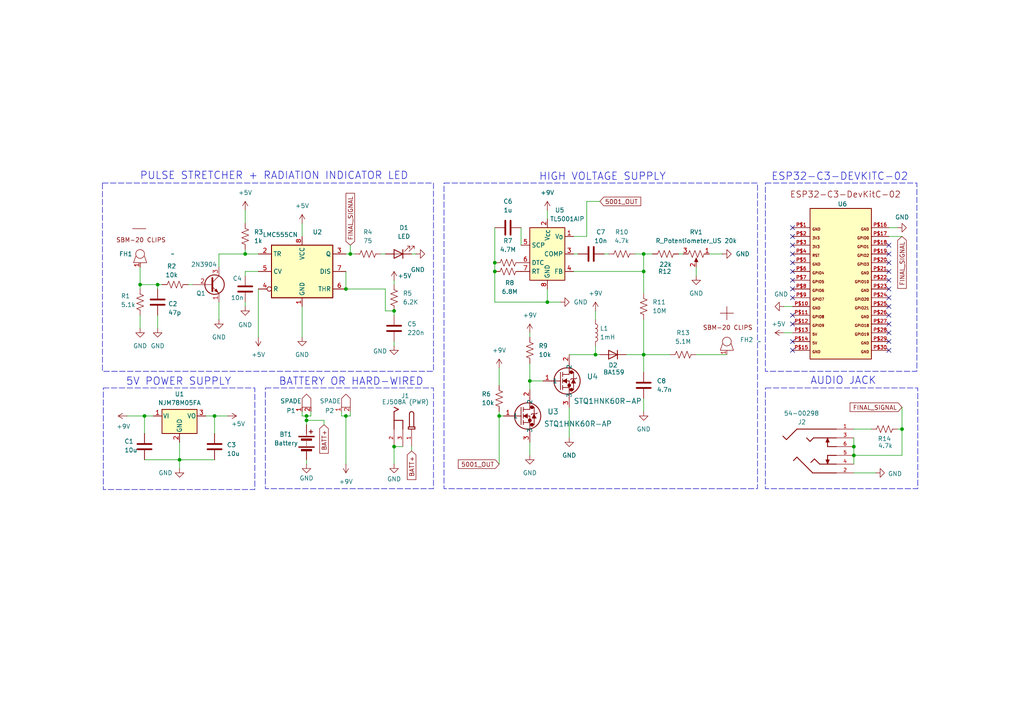
<source format=kicad_sch>
(kicad_sch (version 20231120) (generator "eeschema") (generator_version "8.0")
  (paper "A4")
  (lib_symbols
    (symbol "0197084013:0197084013"
      (property "Reference" "P" (at 0 0 0))
      (property "Value" "SPADE" (at 0 -4.064 0))
      (symbol "0197084013_0_1"
        (polyline (pts (xy 1.27 -10.16) (xy 1.27 -10.16)))
        (polyline (pts (xy -1.27 -1.27) (xy -1.27 1.27) (xy 0 2.54) (xy 1.27 1.27) (xy 1.27 -1.27) (xy -1.27 -1.27)))
      )
      (symbol "0197084013_1_1"
        (pin unspecified line (at -1.27 -2.54 90) (length 1.27) (name "") (number "1"))
        (pin unspecified line (at 1.27 -2.54 90) (length 1.27) (name "") (number "2"))
      )
    )
    (symbol "54-00298:54-00298" (pin_names (offset 1.016))
      (property "Reference" "J" (at -15.24 8.382 0))
      (property "Value" "54-00298" (at -15.24 -7.62 0))
      (symbol "54-00298_0_0"
        (polyline (pts (xy -15.494 5.588) (xy -14.478 4.572)) (stroke (width 0.254)))
        (polyline (pts (xy -14.478 4.572) (xy -11.43 7.62)) (stroke (width 0.254)))
        (polyline (pts (xy -12.446 -1.524) (xy -11.43 -0.508)) (stroke (width 0.254)))
        (polyline (pts (xy -11.43 -0.508) (xy -6.858 -5.08)) (stroke (width 0.254)))
        (polyline (pts (xy -11.43 7.62) (xy 0 7.62)) (stroke (width 0.254)))
        (polyline (pts (xy -8.636 5.08) (xy -7.62 4.064)) (stroke (width 0.254)))
        (polyline (pts (xy -7.62 4.064) (xy -6.604 5.08)) (stroke (width 0.254)))
        (polyline (pts (xy -7.366 -2.032) (xy -6.35 -1.016)) (stroke (width 0.254)))
        (polyline (pts (xy -6.858 -5.08) (xy 0 -5.08)) (stroke (width 0.254)))
        (polyline (pts (xy -6.604 5.08) (xy -2.54 5.08)) (stroke (width 0.254)))
        (polyline (pts (xy -6.35 -1.016) (xy -4.826 -2.54)) (stroke (width 0.254)))
        (polyline (pts (xy -4.826 -2.54) (xy 0 -2.54)) (stroke (width 0.254)))
        (polyline (pts (xy -2.54 0) (xy -2.54 -2.54)) (stroke (width 0.254)))
        (polyline (pts (xy -2.54 0) (xy 0 0)) (stroke (width 0.254)))
        (polyline (pts (xy -2.54 2.54) (xy -2.54 5.08)) (stroke (width 0.254)))
        (polyline (pts (xy -2.54 2.54) (xy 0 2.54)) (stroke (width 0.254)))
        (polyline (pts (xy -2.54 5.08) (xy 0 5.08)) (stroke (width 0.254)))
        (polyline (pts (xy -2.54 -2.54) (xy -3.048 -1.27) (xy -2.032 -1.27) (xy -2.54 -2.54)) (stroke (width 0.1524)) (fill (type outline)))
        (polyline (pts (xy -2.54 5.08) (xy -2.032 3.81) (xy -3.048 3.81) (xy -2.54 5.08)) (stroke (width 0.1524)) (fill (type outline)))
        (pin passive line (at 5.08 7.62 180) (length 5.08) (name "~") (number "1"))
        (pin passive line (at 5.08 -5.08 180) (length 5.08) (name "~") (number "2"))
        (pin passive line (at 5.08 5.08 180) (length 5.08) (name "~") (number "3"))
        (pin passive line (at 5.08 -2.54 180) (length 5.08) (name "~") (number "4"))
        (pin passive line (at 5.08 0 180) (length 5.08) (name "~") (number "5"))
        (pin passive line (at 5.08 2.54 180) (length 5.08) (name "~") (number "6"))
      )
    )
    (symbol "Device:Battery" (pin_numbers hide) (pin_names (offset 0) hide)
      (property "Reference" "BT" (at 2.54 2.54 0))
      (property "Value" "Battery" (at 2.54 0 0))
      (symbol "Battery_0_1"
        (rectangle (start -2.286 -1.27) (end 2.286 -1.524) (fill (type outline)))
        (rectangle (start -2.286 1.778) (end 2.286 1.524) (fill (type outline)))
        (rectangle (start -1.524 -2.032) (end 1.524 -2.54) (fill (type outline)))
        (rectangle (start -1.524 1.016) (end 1.524 0.508) (fill (type outline)))
        (polyline (pts (xy 0 -1.016) (xy 0 -0.762)))
        (polyline (pts (xy 0 -0.508) (xy 0 -0.254)))
        (polyline (pts (xy 0 0) (xy 0 0.254)))
        (polyline (pts (xy 0 1.778) (xy 0 2.54)))
        (polyline (pts (xy 0.762 3.048) (xy 1.778 3.048)) (stroke (width 0.254)))
        (polyline (pts (xy 1.27 3.556) (xy 1.27 2.54)) (stroke (width 0.254)))
      )
      (symbol "Battery_1_1"
        (pin passive line (at 0 5.08 270) (length 2.54) (name "+") (number "1"))
        (pin passive line (at 0 -5.08 90) (length 2.54) (name "-") (number "2"))
      )
    )
    (symbol "Device:C" (pin_numbers hide) (pin_names (offset 0.254))
      (property "Reference" "C" (at 0.635 2.54 0))
      (property "Value" "C" (at 0.635 -2.54 0))
      (symbol "C_0_1"
        (polyline (pts (xy -2.032 -0.762) (xy 2.032 -0.762)) (stroke (width 0.508)))
        (polyline (pts (xy -2.032 0.762) (xy 2.032 0.762)) (stroke (width 0.508)))
      )
      (symbol "C_1_1"
        (pin passive line (at 0 3.81 270) (length 2.794) (name "~") (number "1"))
        (pin passive line (at 0 -3.81 90) (length 2.794) (name "~") (number "2"))
      )
    )
    (symbol "Device:D" (pin_numbers hide) (pin_names (offset 1.016) hide)
      (property "Reference" "D" (at 0 2.54 0))
      (property "Value" "D" (at 0 -2.54 0))
      (symbol "D_0_1"
        (polyline (pts (xy -1.27 1.27) (xy -1.27 -1.27)) (stroke (width 0.254)))
        (polyline (pts (xy 1.27 0) (xy -1.27 0)))
        (polyline (pts (xy 1.27 1.27) (xy 1.27 -1.27) (xy -1.27 0) (xy 1.27 1.27)) (stroke (width 0.254)))
      )
      (symbol "D_1_1"
        (pin passive line (at -3.81 0 0) (length 2.54) (name "K") (number "1"))
        (pin passive line (at 3.81 0 180) (length 2.54) (name "A") (number "2"))
      )
    )
    (symbol "Device:L" (pin_numbers hide) (pin_names (offset 1.016) hide)
      (property "Reference" "L" (at -1.27 0 90))
      (property "Value" "L" (at 1.905 0 90))
      (symbol "L_0_1"
        (arc (start 0 -2.54) (mid 0.6323 -1.905) (end 0 -1.27))
        (arc (start 0 -1.27) (mid 0.6323 -0.635) (end 0 0))
        (arc (start 0 0) (mid 0.6323 0.635) (end 0 1.27))
        (arc (start 0 1.27) (mid 0.6323 1.905) (end 0 2.54))
      )
      (symbol "L_1_1"
        (pin passive line (at 0 3.81 270) (length 1.27) (name "1") (number "1"))
        (pin passive line (at 0 -3.81 90) (length 1.27) (name "2") (number "2"))
      )
    )
    (symbol "Device:LED" (pin_numbers hide) (pin_names (offset 1.016) hide)
      (property "Reference" "D" (at 0 2.54 0))
      (property "Value" "LED" (at 0 -2.54 0))
      (symbol "LED_0_1"
        (polyline (pts (xy -1.27 -1.27) (xy -1.27 1.27)) (stroke (width 0.254)))
        (polyline (pts (xy -1.27 0) (xy 1.27 0)))
        (polyline (pts (xy 1.27 -1.27) (xy 1.27 1.27) (xy -1.27 0) (xy 1.27 -1.27)) (stroke (width 0.254)))
        (polyline (pts (xy -3.048 -0.762) (xy -4.572 -2.286) (xy -3.81 -2.286) (xy -4.572 -2.286) (xy -4.572 -1.524)))
        (polyline (pts (xy -1.778 -0.762) (xy -3.302 -2.286) (xy -2.54 -2.286) (xy -3.302 -2.286) (xy -3.302 -1.524)))
      )
      (symbol "LED_1_1"
        (pin passive line (at -3.81 0 0) (length 2.54) (name "K") (number "1"))
        (pin passive line (at 3.81 0 180) (length 2.54) (name "A") (number "2"))
      )
    )
    (symbol "Device:R_Potentiometer_US" (pin_names (offset 1.016) hide)
      (property "Reference" "RV" (at -4.445 0 90))
      (property "Value" "R_Potentiometer_US" (at -2.54 0 90))
      (symbol "R_Potentiometer_US_0_1"
        (polyline (pts (xy 0 -2.286) (xy 0 -2.54)))
        (polyline (pts (xy 0 2.54) (xy 0 2.286)))
        (polyline (pts (xy 2.54 0) (xy 1.524 0)))
        (polyline (pts (xy 1.143 0) (xy 2.286 0.508) (xy 2.286 -0.508) (xy 1.143 0)) (fill (type outline)))
        (polyline (pts (xy 0 -0.762) (xy 1.016 -1.143) (xy 0 -1.524) (xy -1.016 -1.905) (xy 0 -2.286)))
        (polyline (pts (xy 0 0.762) (xy 1.016 0.381) (xy 0 0) (xy -1.016 -0.381) (xy 0 -0.762)))
        (polyline (pts (xy 0 2.286) (xy 1.016 1.905) (xy 0 1.524) (xy -1.016 1.143) (xy 0 0.762)))
      )
      (symbol "R_Potentiometer_US_1_1"
        (pin passive line (at 0 3.81 270) (length 1.27) (name "1") (number "1"))
        (pin passive line (at 3.81 0 180) (length 1.27) (name "2") (number "2"))
        (pin passive line (at 0 -3.81 90) (length 1.27) (name "3") (number "3"))
      )
    )
    (symbol "Device:R_US" (pin_numbers hide) (pin_names (offset 0))
      (property "Reference" "R" (at 2.54 0 90))
      (property "Value" "R_US" (at -2.54 0 90))
      (symbol "R_US_0_1"
        (polyline (pts (xy 0 -2.286) (xy 0 -2.54)))
        (polyline (pts (xy 0 2.286) (xy 0 2.54)))
        (polyline (pts (xy 0 -0.762) (xy 1.016 -1.143) (xy 0 -1.524) (xy -1.016 -1.905) (xy 0 -2.286)))
        (polyline (pts (xy 0 0.762) (xy 1.016 0.381) (xy 0 0) (xy -1.016 -0.381) (xy 0 -0.762)))
        (polyline (pts (xy 0 2.286) (xy 1.016 1.905) (xy 0 1.524) (xy -1.016 1.143) (xy 0 0.762)))
      )
      (symbol "R_US_1_1"
        (pin passive line (at 0 3.81 270) (length 1.27) (name "~") (number "1"))
        (pin passive line (at 0 -3.81 90) (length 1.27) (name "~") (number "2"))
      )
    )
    (symbol "EJ508A:EJ508A" (pin_names (offset 1.016))
      (property "Reference" "J" (at -5.08 5.08 0))
      (property "Value" "EJ508A" (at -5.08 -7.62 0))
      (symbol "EJ508A_0_0"
        (arc (start -5.08 2.54) (mid -4.894 2.091) (end -4.445 1.905) (stroke (width 0.254)))
        (arc (start -4.445 3.175) (mid -4.894 2.989) (end -5.08 2.54) (stroke (width 0.254)))
        (polyline (pts (xy -5.715 -1.27) (xy -6.35 -2.54)) (stroke (width 0.254)))
        (polyline (pts (xy -5.08 -2.54) (xy -5.715 -1.27)) (stroke (width 0.254)))
        (polyline (pts (xy -4.445 1.905) (xy -0.635 1.905)) (stroke (width 0.254)))
        (polyline (pts (xy -2.54 -2.54) (xy -5.08 -2.54)) (stroke (width 0.254)))
        (polyline (pts (xy -2.54 0) (xy -2.54 -2.54)) (stroke (width 0.254)))
        (polyline (pts (xy -0.635 1.5875) (xy -0.635 1.905)) (stroke (width 0.254)))
        (polyline (pts (xy -0.635 1.905) (xy -0.635 3.175)) (stroke (width 0.254)))
        (polyline (pts (xy -0.635 3.175) (xy -4.445 3.175)) (stroke (width 0.254)))
        (polyline (pts (xy -0.635 3.175) (xy -0.635 3.4925)) (stroke (width 0.254)))
        (polyline (pts (xy -0.635 3.4925) (xy 0 3.4925)) (stroke (width 0.254)))
        (polyline (pts (xy 0 -2.54) (xy -2.54 -2.54)) (stroke (width 0.254)))
        (polyline (pts (xy 0 0) (xy -2.54 0)) (stroke (width 0.254)))
        (polyline (pts (xy 0 1.5875) (xy -0.635 1.5875)) (stroke (width 0.254)))
        (polyline (pts (xy 0 3.4925) (xy 0 1.5875)) (stroke (width 0.254)))
        (pin passive line (at 5.08 2.54 180) (length 5.08) (name "~") (number "1"))
        (pin passive line (at 5.08 -2.54 180) (length 5.08) (name "~") (number "2"))
        (pin passive line (at 5.08 0 180) (length 5.08) (name "~") (number "3"))
      )
    )
    (symbol "ESP32-C3-DEVKITC-02:ESP32-C3-DEVKITC-02HOLES" (pin_names (offset 1.016))
      (property "Reference" "U" (at 0 0 0))
      (property "Value" "ESP32-C3-DEVKITC-02HOLES" (at 0 0 0))
      (symbol "ESP32-C3-DEVKITC-02HOLES_0_0"
        (rectangle (start -5.08 33.5311) (end 12.7 -10.16) (stroke (width 0.254)) (fill (type background)))
        (text " 3V3" (at -5.08 22.86 0) (effects (font (size 0.762 0.762)) (justify left top)))
        (text " 3V3" (at -5.08 25.4 0) (effects (font (size 0.762 0.762)) (justify left top)))
        (text " 5V" (at -5.08 -5.08 0) (effects (font (size 0.762 0.762)) (justify left top)))
        (text " 5V" (at -5.08 -2.54 0) (effects (font (size 0.762 0.762)) (justify left top)))
        (text " GND" (at -5.08 -7.62 0) (effects (font (size 0.762 0.762)) (justify left top)))
        (text " GND" (at -5.08 5.08 0) (effects (font (size 0.762 0.762)) (justify left top)))
        (text " GND" (at -5.08 17.78 0) (effects (font (size 0.762 0.762)) (justify left top)))
        (text " GND" (at -5.08 27.94 0) (effects (font (size 0.762 0.762)) (justify left top)))
        (text " GPIO4" (at -5.08 15.24 0) (effects (font (size 0.762 0.762)) (justify left top)))
        (text " GPIO5" (at -5.08 12.7 0) (effects (font (size 0.762 0.762)) (justify left top)))
        (text " GPIO6" (at -5.08 10.16 0) (effects (font (size 0.762 0.762)) (justify left top)))
        (text " GPIO7" (at -5.08 7.62 0) (effects (font (size 0.762 0.762)) (justify left top)))
        (text " GPIO8" (at -5.08 2.54 0) (effects (font (size 0.762 0.762)) (justify left top)))
        (text " GPIO9" (at -5.08 0 0) (effects (font (size 0.762 0.762)) (justify left top)))
        (text " RST" (at -5.08 20.32 0) (effects (font (size 0.762 0.762)) (justify left top)))
        (text "ESP32-C3-DevKitC-02" (at -10.922 36.576 0) (effects (font (size 1.778 1.778)) (justify left bottom)))
        (text "GND " (at 12.7 -7.62 0) (effects (font (size 0.762 0.762)) (justify right top)))
        (text "GND " (at 12.7 -5.08 0) (effects (font (size 0.762 0.762)) (justify right top)))
        (text "GND " (at 12.7 2.54 0) (effects (font (size 0.762 0.762)) (justify right top)))
        (text "GND " (at 12.7 10.16 0) (effects (font (size 0.762 0.762)) (justify right top)))
        (text "GND " (at 12.7 15.24 0) (effects (font (size 0.762 0.762)) (justify right top)))
        (text "GND " (at 12.7 27.94 0) (effects (font (size 0.762 0.762)) (justify right top)))
        (text "GPIO0 " (at 12.7 25.4 0) (effects (font (size 0.762 0.762)) (justify right top)))
        (text "GPIO1 " (at 12.7 22.86 0) (effects (font (size 0.762 0.762)) (justify right top)))
        (text "GPIO10 " (at 12.7 12.7 0) (effects (font (size 0.762 0.762)) (justify right top)))
        (text "GPIO18 " (at 12.7 0 0) (effects (font (size 0.762 0.762)) (justify right top)))
        (text "GPIO19 " (at 12.7 -2.54 0) (effects (font (size 0.762 0.762)) (justify right top)))
        (text "GPIO2 " (at 12.7 20.32 0) (effects (font (size 0.762 0.762)) (justify right top)))
        (text "GPIO20 " (at 12.7 7.62 0) (effects (font (size 0.762 0.762)) (justify right top)))
        (text "GPIO21 " (at 12.7 5.08 0) (effects (font (size 0.762 0.762)) (justify right top)))
        (text "GPIO3 " (at 12.7 17.78 0) (effects (font (size 0.762 0.762)) (justify right top)))
        (pin bidirectional line (at -10.16 27.94 0) (length 5.08) (name "~") (number "P$1"))
        (pin bidirectional line (at -10.16 5.08 0) (length 5.08) (name "~") (number "P$10"))
        (pin bidirectional line (at -10.16 2.54 0) (length 5.08) (name "~") (number "P$11"))
        (pin bidirectional line (at -10.16 0 0) (length 5.08) (name "~") (number "P$12"))
        (pin bidirectional line (at -10.16 -2.54 0) (length 5.08) (name "~") (number "P$13"))
        (pin bidirectional line (at -10.16 -5.08 0) (length 5.08) (name "~") (number "P$14"))
        (pin bidirectional line (at -10.16 -7.62 0) (length 5.08) (name "~") (number "P$15"))
        (pin bidirectional line (at 17.78 27.94 180) (length 5.08) (name "~") (number "P$16"))
        (pin bidirectional line (at 17.78 25.4 180) (length 5.08) (name "~") (number "P$17"))
        (pin bidirectional line (at 17.78 22.86 180) (length 5.08) (name "~") (number "P$18"))
        (pin bidirectional line (at 17.78 20.32 180) (length 5.08) (name "~") (number "P$19"))
        (pin bidirectional line (at -10.16 25.4 0) (length 5.08) (name "~") (number "P$2"))
        (pin bidirectional line (at 17.78 17.78 180) (length 5.08) (name "~") (number "P$20"))
        (pin bidirectional line (at 17.78 15.24 180) (length 5.08) (name "~") (number "P$21"))
        (pin bidirectional line (at 17.78 12.7 180) (length 5.08) (name "~") (number "P$22"))
        (pin bidirectional line (at 17.78 10.16 180) (length 5.08) (name "~") (number "P$23"))
        (pin bidirectional line (at 17.78 7.62 180) (length 5.08) (name "~") (number "P$24"))
        (pin bidirectional line (at 17.78 5.08 180) (length 5.08) (name "~") (number "P$25"))
        (pin bidirectional line (at 17.78 2.54 180) (length 5.08) (name "~") (number "P$26"))
        (pin bidirectional line (at 17.78 0 180) (length 5.08) (name "~") (number "P$27"))
        (pin bidirectional line (at 17.78 -2.54 180) (length 5.08) (name "~") (number "P$28"))
        (pin bidirectional line (at 17.78 -5.08 180) (length 5.08) (name "~") (number "P$29"))
        (pin bidirectional line (at -10.16 22.86 0) (length 5.08) (name "~") (number "P$3"))
        (pin bidirectional line (at 17.78 -7.62 180) (length 5.08) (name "~") (number "P$30"))
        (pin bidirectional line (at -10.16 20.32 0) (length 5.08) (name "~") (number "P$4"))
        (pin bidirectional line (at -10.16 17.78 0) (length 5.08) (name "~") (number "P$5"))
        (pin bidirectional line (at -10.16 15.24 0) (length 5.08) (name "~") (number "P$6"))
        (pin bidirectional line (at -10.16 12.7 0) (length 5.08) (name "~") (number "P$7"))
        (pin bidirectional line (at -10.16 10.16 0) (length 5.08) (name "~") (number "P$8"))
        (pin bidirectional line (at -10.16 7.62 0) (length 5.08) (name "~") (number "P$9"))
      )
    )
    (symbol "REV9-KI:36-3530-ND"
      (property "Reference" "FH" (at 0 0 0))
      (symbol "36-3530-ND_0_1"
        (polyline (pts (xy -1.27 -3.175) (xy -1.905 -5.08) (xy 1.905 -5.08) (xy 1.27 -3.175)))
      )
      (symbol "36-3530-ND_1_1"
        (circle (center 0 -2.54) (radius 1.27))
        (text "SBM-20 CLIPS\n" (at 0.254 1.524 0) (effects (font (size 1.27 1.27))))
        (pin unspecified line (at 0 -6.35 90) (length 1.27) (name "") (number "1"))
      )
    )
    (symbol "Regulator_Linear:LM78M05_TO220" (pin_names (offset 0.254))
      (property "Reference" "U" (at -3.81 3.175 0))
      (property "Value" "LM78M05_TO220" (at 0 3.175 0))
      (symbol "LM78M05_TO220_0_1"
        (rectangle (start -5.08 1.905) (end 5.08 -5.08) (stroke (width 0.254)) (fill (type background)))
      )
      (symbol "LM78M05_TO220_1_1"
        (pin power_in line (at -7.62 0 0) (length 2.54) (name "VI") (number "1"))
        (pin power_in line (at 0 -7.62 90) (length 2.54) (name "GND") (number "2"))
        (pin power_out line (at 7.62 0 180) (length 2.54) (name "VO") (number "3"))
      )
    )
    (symbol "Regulator_Switching:TL5001"
      (property "Reference" "U" (at -5.08 8.89 0))
      (property "Value" "TL5001" (at 3.81 8.89 0))
      (symbol "TL5001_0_1"
        (rectangle (start -5.08 7.62) (end 5.08 -7.62) (stroke (width 0.254)) (fill (type background)))
        (pin input line (at 7.62 -5.08 180) (length 2.54) (name "FB") (number "4"))
      )
      (symbol "TL5001_1_1"
        (pin open_collector line (at 7.62 5.08 180) (length 2.54) (name "V_{O}") (number "1"))
        (pin power_in line (at 0 10.16 270) (length 2.54) (name "V_{CC}") (number "2"))
        (pin input line (at 7.62 0 180) (length 2.54) (name "COMP") (number "3"))
        (pin output line (at -7.62 2.54 0) (length 2.54) (name "SCP") (number "5"))
        (pin output line (at -7.62 -2.54 0) (length 2.54) (name "DTC") (number "6"))
        (pin output line (at -7.62 -5.08 0) (length 2.54) (name "RT") (number "7"))
        (pin power_in line (at 0 -10.16 90) (length 2.54) (name "GND") (number "8"))
      )
    )
    (symbol "STQ1HNK60R_AP:STQ1HNK60R-AP" (pin_names (offset 0.254))
      (property "Reference" "U" (at 11.43 1.905 0))
      (property "Value" "STQ1HNK60R-AP" (at 11.43 -2.54 0))
      (symbol "STQ1HNK60R-AP_1_1"
        (polyline (pts (xy 2.54 0) (xy 5.08 0)) (stroke (width 0.2032)))
        (polyline (pts (xy 5.08 -2.54) (xy 5.08 2.54)) (stroke (width 0.2032)))
        (polyline (pts (xy 5.715 -2.54) (xy 5.715 -1.27)) (stroke (width 0.2032)))
        (polyline (pts (xy 5.715 -1.905) (xy 7.62 -1.905)) (stroke (width 0.2032)))
        (polyline (pts (xy 5.715 -0.635) (xy 5.715 0.635)) (stroke (width 0.2032)))
        (polyline (pts (xy 5.715 1.27) (xy 5.715 2.54)) (stroke (width 0.2032)))
        (polyline (pts (xy 5.715 1.905) (xy 7.62 1.905)) (stroke (width 0.2032)))
        (polyline (pts (xy 6.985 0) (xy 7.62 0)) (stroke (width 0.2032)))
        (polyline (pts (xy 7.62 -5.08) (xy 7.62 0)) (stroke (width 0.2032)))
        (polyline (pts (xy 7.62 -2.54) (xy 8.89 -2.54)) (stroke (width 0.2032)))
        (polyline (pts (xy 7.62 1.905) (xy 7.62 5.08)) (stroke (width 0.2032)))
        (polyline (pts (xy 7.62 2.54) (xy 8.89 2.54)) (stroke (width 0.2032)))
        (polyline (pts (xy 8.255 0.635) (xy 8.001 0.381)) (stroke (width 0.2032)))
        (polyline (pts (xy 8.89 -2.54) (xy 8.89 -0.635)) (stroke (width 0.2032)))
        (polyline (pts (xy 8.89 0.635) (xy 8.89 2.54)) (stroke (width 0.2032)))
        (polyline (pts (xy 9.525 0.635) (xy 8.255 0.635)) (stroke (width 0.2032)))
        (polyline (pts (xy 9.779 0.889) (xy 9.525 0.635)) (stroke (width 0.2032)))
        (polyline (pts (xy 6.985 0.635) (xy 5.715 0) (xy 6.985 -0.635)) (fill (type outline)))
        (polyline (pts (xy 9.525 -0.635) (xy 8.255 -0.635) (xy 8.89 0.635)) (fill (type outline)))
        (circle (center 6.985 0) (radius 3.81) (stroke (width 0.254)))
        (circle (center 7.62 -1.27) (radius 0.0254) (stroke (width 0.508)))
        (circle (center 8.255 -2.54) (radius 0.0254) (stroke (width 0.508)))
        (circle (center 8.255 2.54) (radius 0.0254) (stroke (width 0.508)))
        (pin unspecified line (at 0 0 0) (length 2.54) (name "1") (number "1"))
        (pin unspecified line (at 7.62 7.62 270) (length 2.54) (name "2") (number "2"))
        (pin unspecified line (at 7.62 -7.62 90) (length 2.54) (name "3") (number "3"))
      )
    )
    (symbol "Timer:LMC555xN"
      (property "Reference" "U" (at -10.16 8.89 0))
      (property "Value" "LMC555xN" (at 2.54 8.89 0))
      (symbol "LMC555xN_0_0"
        (pin power_in line (at 0 -10.16 90) (length 2.54) (name "GND") (number "1"))
        (pin power_in line (at 0 10.16 270) (length 2.54) (name "VCC") (number "8"))
      )
      (symbol "LMC555xN_0_1"
        (rectangle (start -8.89 -7.62) (end 8.89 7.62) (stroke (width 0.254)) (fill (type background)))
        (rectangle (start -8.89 -7.62) (end 8.89 7.62) (stroke (width 0.254)) (fill (type background)))
      )
      (symbol "LMC555xN_1_1"
        (pin input line (at -12.7 5.08 0) (length 3.81) (name "TR") (number "2"))
        (pin output line (at 12.7 5.08 180) (length 3.81) (name "Q") (number "3"))
        (pin input inverted (at -12.7 -5.08 0) (length 3.81) (name "R") (number "4"))
        (pin input line (at -12.7 0 0) (length 3.81) (name "CV") (number "5"))
        (pin input line (at 12.7 -5.08 180) (length 3.81) (name "THR") (number "6"))
        (pin input line (at 12.7 0 180) (length 3.81) (name "DIS") (number "7"))
      )
    )
    (symbol "Transistor_BJT:2N3904" (pin_names (offset 0) hide)
      (property "Reference" "Q" (at 5.08 1.905 0))
      (property "Value" "2N3904" (at 5.08 0 0))
      (symbol "2N3904_0_1"
        (polyline (pts (xy 0.635 0.635) (xy 2.54 2.54)))
        (polyline (pts (xy 0.635 -0.635) (xy 2.54 -2.54) (xy 2.54 -2.54)))
        (polyline (pts (xy 0.635 1.905) (xy 0.635 -1.905) (xy 0.635 -1.905)) (stroke (width 0.508)))
        (polyline (pts (xy 1.27 -1.778) (xy 1.778 -1.27) (xy 2.286 -2.286) (xy 1.27 -1.778) (xy 1.27 -1.778)) (fill (type outline)))
        (circle (center 1.27 0) (radius 2.8194) (stroke (width 0.254)))
      )
      (symbol "2N3904_1_1"
        (pin passive line (at 2.54 -5.08 90) (length 2.54) (name "E") (number "1"))
        (pin passive line (at -5.08 0 0) (length 5.715) (name "B") (number "2"))
        (pin passive line (at 2.54 5.08 270) (length 2.54) (name "C") (number "3"))
      )
    )
    (symbol "power:+5V" (power) (pin_numbers hide) (pin_names (offset 0) hide)
      (property "Value" "+5V" (at 0 3.556 0))
      (symbol "+5V_0_1"
        (polyline (pts (xy -0.762 1.27) (xy 0 2.54)))
        (polyline (pts (xy 0 0) (xy 0 2.54)))
        (polyline (pts (xy 0 2.54) (xy 0.762 1.27)))
      )
      (symbol "+5V_1_1"
        (pin power_in line (at 0 0 90) (length 0) (name "~") (number "1"))
      )
    )
    (symbol "power:+9V" (power) (pin_numbers hide) (pin_names (offset 0) hide)
      (property "Value" "+9V" (at 0 3.556 0))
      (symbol "+9V_0_1"
        (polyline (pts (xy -0.762 1.27) (xy 0 2.54)))
        (polyline (pts (xy 0 0) (xy 0 2.54)))
        (polyline (pts (xy 0 2.54) (xy 0.762 1.27)))
      )
      (symbol "+9V_1_1"
        (pin power_in line (at 0 0 90) (length 0) (name "~") (number "1"))
      )
    )
    (symbol "power:GND" (power) (pin_numbers hide) (pin_names (offset 0) hide)
      (property "Value" "GND" (at 0 -3.81 0))
      (symbol "GND_0_1"
        (polyline (pts (xy 0 0) (xy 0 -1.27) (xy 1.27 -1.27) (xy 0 -2.54) (xy -1.27 -1.27) (xy 0 -1.27)))
      )
      (symbol "GND_1_1"
        (pin power_in line (at 0 0 270) (length 0) (name "~") (number "1"))
      )
    )
  )
  (junction (at 45.72 82.55))
  (junction (at 100.33 120.65))
  (junction (at 100.33 83.82))
  (junction (at 41.91 120.65))
  (junction (at 261.62 124.46))
  (junction (at 88.9 121.92))
  (junction (at 186.69 73.66))
  (junction (at 247.65 129.54))
  (junction (at 186.69 78.74))
  (junction (at 101.6 73.66))
  (junction (at 40.64 82.55))
  (junction (at 88.9 120.65))
  (junction (at 143.51 78.74))
  (junction (at 158.75 87.63))
  (junction (at 172.72 102.87))
  (junction (at 143.51 76.2))
  (junction (at 62.23 120.65))
  (junction (at 114.3 90.17))
  (junction (at 186.69 102.87))
  (junction (at 144.78 120.65))
  (junction (at 52.07 133.35))
  (junction (at 114.3 129.54))
  (junction (at 153.67 110.49))
  (junction (at 71.12 73.66))
  (junction (at 247.65 132.08))
  (no_connect (at 229.87 78.74))
  (no_connect (at 257.81 91.44))
  (no_connect (at 229.87 93.98))
  (no_connect (at 229.87 83.82))
  (no_connect (at 257.81 76.2))
  (no_connect (at 257.81 96.52))
  (no_connect (at 257.81 101.6))
  (no_connect (at 257.81 73.66))
  (no_connect (at 257.81 78.74))
  (no_connect (at 229.87 71.12))
  (no_connect (at 229.87 101.6))
  (no_connect (at 257.81 71.12))
  (no_connect (at 229.87 66.04))
  (no_connect (at 257.81 86.36))
  (no_connect (at 229.87 86.36))
  (no_connect (at 257.81 99.06))
  (no_connect (at 229.87 81.28))
  (no_connect (at 257.81 81.28))
  (no_connect (at 257.81 88.9))
  (no_connect (at 229.87 68.58))
  (no_connect (at 229.87 73.66))
  (no_connect (at 257.81 93.98))
  (no_connect (at 257.81 83.82))
  (no_connect (at 229.87 76.2))
  (no_connect (at 229.87 99.06))
  (no_connect (at 229.87 91.44))
  (wire (pts (xy 227.33 96.52) (xy 229.87 96.52)))
  (wire (pts (xy 172.72 102.87) (xy 173.99 102.87)))
  (wire (pts (xy 99.06 120.65) (xy 99.06 119.38)))
  (wire (pts (xy 63.5 87.63) (xy 63.5 92.71)))
  (wire (pts (xy 153.67 96.52) (xy 153.67 97.79)))
  (wire (pts (xy 100.33 73.66) (xy 101.6 73.66)))
  (wire (pts (xy 205.74 73.66) (xy 209.55 73.66)))
  (wire (pts (xy 54.61 82.55) (xy 55.88 82.55)))
  (wire (pts (xy 172.72 90.17) (xy 172.72 92.71)))
  (wire (pts (xy 170.18 58.42) (xy 173.99 58.42)))
  (wire (pts (xy 62.23 120.65) (xy 62.23 125.73)))
  (wire (pts (xy 52.07 128.27) (xy 52.07 133.35)))
  (wire (pts (xy 186.69 115.57) (xy 186.69 119.38)))
  (wire (pts (xy 158.75 83.82) (xy 158.75 87.63)))
  (wire (pts (xy 144.78 134.62) (xy 144.78 120.65)))
  (wire (pts (xy 99.06 120.65) (xy 100.33 120.65)))
  (wire (pts (xy 71.12 88.9) (xy 71.12 87.63)))
  (wire (pts (xy 59.69 120.65) (xy 62.23 120.65)))
  (wire (pts (xy 114.3 81.28) (xy 114.3 82.55)))
  (wire (pts (xy 175.26 73.66) (xy 176.53 73.66)))
  (wire (pts (xy 63.5 73.66) (xy 63.5 77.47)))
  (wire (pts (xy 196.85 73.66) (xy 198.12 73.66)))
  (wire (pts (xy 88.9 120.65) (xy 90.17 120.65)))
  (wire (pts (xy 101.6 71.12) (xy 101.6 73.66)))
  (wire (pts (xy 71.12 73.66) (xy 74.93 73.66)))
  (wire (pts (xy 186.69 102.87) (xy 186.69 92.71)))
  (wire (pts (xy 111.76 90.17) (xy 114.3 90.17)))
  (wire (pts (xy 41.91 120.65) (xy 44.45 120.65)))
  (wire (pts (xy 257.81 66.04) (xy 260.35 66.04)))
  (wire (pts (xy 87.63 88.9) (xy 87.63 97.79)))
  (wire (pts (xy 165.1 102.87) (xy 172.72 102.87)))
  (wire (pts (xy 144.78 119.38) (xy 144.78 120.65)))
  (wire (pts (xy 40.64 82.55) (xy 45.72 82.55)))
  (wire (pts (xy 119.38 73.66) (xy 120.65 73.66)))
  (wire (pts (xy 153.67 110.49) (xy 157.48 110.49)))
  (wire (pts (xy 87.63 120.65) (xy 88.9 120.65)))
  (wire (pts (xy 100.33 78.74) (xy 100.33 83.82)))
  (wire (pts (xy 165.1 118.11) (xy 165.1 127)))
  (wire (pts (xy 153.67 105.41) (xy 153.67 110.49)))
  (wire (pts (xy 45.72 82.55) (xy 46.99 82.55)))
  (wire (pts (xy 158.75 60.96) (xy 158.75 63.5)))
  (wire (pts (xy 201.93 77.47) (xy 201.93 80.01)))
  (wire (pts (xy 41.91 120.65) (xy 41.91 125.73)))
  (wire (pts (xy 247.65 132.08) (xy 247.65 134.62)))
  (wire (pts (xy 88.9 134.62) (xy 88.9 133.35)))
  (wire (pts (xy 252.73 124.46) (xy 247.65 124.46)))
  (wire (pts (xy 151.13 71.12) (xy 151.13 66.04)))
  (wire (pts (xy 162.56 87.63) (xy 158.75 87.63)))
  (wire (pts (xy 261.62 118.11) (xy 261.62 124.46)))
  (wire (pts (xy 114.3 129.54) (xy 116.84 129.54)))
  (wire (pts (xy 144.78 106.68) (xy 144.78 111.76)))
  (wire (pts (xy 87.63 120.65) (xy 87.63 119.38)))
  (wire (pts (xy 100.33 120.65) (xy 100.33 134.62)))
  (wire (pts (xy 62.23 120.65) (xy 66.04 120.65)))
  (wire (pts (xy 166.37 78.74) (xy 186.69 78.74)))
  (wire (pts (xy 100.33 120.65) (xy 101.6 120.65)))
  (wire (pts (xy 254 137.16) (xy 247.65 137.16)))
  (wire (pts (xy 74.93 97.79) (xy 74.93 83.82)))
  (wire (pts (xy 170.18 68.58) (xy 170.18 58.42)))
  (wire (pts (xy 40.64 91.44) (xy 40.64 95.25)))
  (wire (pts (xy 114.3 100.33) (xy 114.3 99.06)))
  (wire (pts (xy 143.51 76.2) (xy 143.51 78.74)))
  (wire (pts (xy 119.38 130.81) (xy 119.38 129.54)))
  (wire (pts (xy 45.72 91.44) (xy 45.72 95.25)))
  (wire (pts (xy 101.6 73.66) (xy 102.87 73.66)))
  (wire (pts (xy 257.81 68.58) (xy 261.62 68.58)))
  (wire (pts (xy 247.65 129.54) (xy 247.65 127)))
  (wire (pts (xy 87.63 64.77) (xy 87.63 68.58)))
  (wire (pts (xy 63.5 73.66) (xy 71.12 73.66)))
  (wire (pts (xy 71.12 72.39) (xy 71.12 73.66)))
  (wire (pts (xy 261.62 124.46) (xy 261.62 132.08)))
  (wire (pts (xy 110.49 73.66) (xy 111.76 73.66)))
  (wire (pts (xy 71.12 78.74) (xy 74.93 78.74)))
  (wire (pts (xy 93.98 121.92) (xy 93.98 123.19)))
  (wire (pts (xy 170.18 68.58) (xy 166.37 68.58)))
  (wire (pts (xy 88.9 121.92) (xy 93.98 121.92)))
  (wire (pts (xy 186.69 102.87) (xy 194.31 102.87)))
  (wire (pts (xy 247.65 129.54) (xy 247.65 132.08)))
  (wire (pts (xy 143.51 87.63) (xy 158.75 87.63)))
  (wire (pts (xy 88.9 123.19) (xy 88.9 121.92)))
  (wire (pts (xy 172.72 100.33) (xy 172.72 102.87)))
  (wire (pts (xy 52.07 133.35) (xy 62.23 133.35)))
  (wire (pts (xy 184.15 73.66) (xy 186.69 73.66)))
  (wire (pts (xy 52.07 133.35) (xy 52.07 135.89)))
  (wire (pts (xy 101.6 120.65) (xy 101.6 119.38)))
  (wire (pts (xy 40.64 77.47) (xy 40.64 82.55)))
  (wire (pts (xy 114.3 129.54) (xy 114.3 134.62)))
  (wire (pts (xy 88.9 120.65) (xy 88.9 121.92)))
  (wire (pts (xy 114.3 90.17) (xy 114.3 91.44)))
  (wire (pts (xy 153.67 113.03) (xy 153.67 110.49)))
  (wire (pts (xy 41.91 133.35) (xy 52.07 133.35)))
  (wire (pts (xy 71.12 80.01) (xy 71.12 78.74)))
  (wire (pts (xy 260.35 124.46) (xy 261.62 124.46)))
  (wire (pts (xy 186.69 78.74) (xy 186.69 85.09)))
  (wire (pts (xy 36.83 120.65) (xy 41.91 120.65)))
  (wire (pts (xy 186.69 73.66) (xy 186.69 78.74)))
  (wire (pts (xy 201.93 102.87) (xy 210.82 102.87)))
  (wire (pts (xy 181.61 102.87) (xy 186.69 102.87)))
  (wire (pts (xy 143.51 78.74) (xy 143.51 87.63)))
  (wire (pts (xy 227.33 88.9) (xy 229.87 88.9)))
  (wire (pts (xy 40.64 83.82) (xy 40.64 82.55)))
  (wire (pts (xy 144.78 120.65) (xy 146.05 120.65)))
  (wire (pts (xy 153.67 128.27) (xy 153.67 132.08)))
  (wire (pts (xy 45.72 83.82) (xy 45.72 82.55)))
  (wire (pts (xy 186.69 102.87) (xy 186.69 107.95)))
  (wire (pts (xy 166.37 73.66) (xy 167.64 73.66)))
  (wire (pts (xy 186.69 73.66) (xy 189.23 73.66)))
  (wire (pts (xy 90.17 120.65) (xy 90.17 119.38)))
  (wire (pts (xy 143.51 66.04) (xy 143.51 76.2)))
  (wire (pts (xy 71.12 60.96) (xy 71.12 64.77)))
  (wire (pts (xy 261.62 132.08) (xy 247.65 132.08)))
  (wire (pts (xy 100.33 83.82) (xy 111.76 83.82)))
  (wire (pts (xy 111.76 83.82) (xy 111.76 90.17)))
  (rectangle (start 128.778 53.086) (end 219.71 141.732) (stroke (width 0) (type dash)))
  (rectangle (start 221.996 53.086) (end 265.938 107.696) (stroke (width 0) (type dash)))
  (rectangle (start 29.718 53.086) (end 125.73 107.696) (stroke (width 0) (type dash)))
  (rectangle (start 76.962 112.522) (end 125.73 141.732) (stroke (width 0) (type dash)))
  (rectangle (start 29.972 112.522) (end 73.914 141.986) (stroke (width 0) (type dash)))
  (rectangle (start 221.996 112.522) (end 266.192 141.732) (stroke (width 0) (type dash)))
  (text "HIGH VOLTAGE SUPPLY" (at 174.752 51.308 0) (effects (font (size 2.159 2.159))))
  (text "_" (at 40.386 63.754 0) (effects (font (size 5.08 5.08))))
  (text "AUDIO JACK" (at 244.602 110.49 0) (effects (font (size 2.159 2.159))))
  (text "BATTERY OR HARD-WIRED" (at 101.854 110.744 0) (effects (font (size 2.159 2.159))))
  (text "ESP32-C3-DEVKITC-02" (at 243.586 51.308 0) (effects (font (size 2.159 2.159))))
  (text "PULSE STRETCHER + RADIATION INDICATOR LED" (at 79.502 51.054 0) (effects (font (size 2.159 2.159))))
  (text "+" (at 210.82 90.678 0) (effects (font (size 5.08 5.08))))
  (text "5V POWER SUPPLY" (at 51.816 110.744 0) (effects (font (size 2.159 2.159))))
  (global_label "BATT+" (shape input) (at 93.98 123.19 270) (property "Intersheetrefs" "${INTERSHEET_REFS}" (effects (hide yes))))
  (global_label "FINAL_SIGNAL" (shape input) (at 261.62 118.11 180) (property "Intersheetrefs" "${INTERSHEET_REFS}" (effects (hide yes))))
  (global_label "5001_OUT" (shape input) (at 173.99 58.42 0) (property "Intersheetrefs" "${INTERSHEET_REFS}" (effects (hide yes))))
  (global_label "FINAL_SIGNAL" (shape input) (at 261.62 68.58 270) (property "Intersheetrefs" "${INTERSHEET_REFS}" (effects (hide yes))))
  (global_label "FINAL_SIGNAL" (shape input) (at 101.6 71.12 90) (property "Intersheetrefs" "${INTERSHEET_REFS}" (effects (hide yes))))
  (global_label "5001_OUT" (shape input) (at 144.78 134.62 180) (property "Intersheetrefs" "${INTERSHEET_REFS}" (effects (hide yes))))
  (global_label "BATT+" (shape input) (at 119.38 130.81 270) (property "Intersheetrefs" "${INTERSHEET_REFS}" (effects (hide yes))))
  (symbol (lib_id "power:+9V") (at 100.33 134.62 180) (unit 1)
    (property "Reference" "#PWR013" (effects (hide yes)))
    (property "Value" "+9V" (at 100.33 139.7 0))
    (property "Description" "Power symbol creates a global label with name \"+9V\"" (effects (hide yes)))
  )
  (symbol (lib_id "Device:R_US") (at 50.8 82.55 90) (unit 1)
    (property "Reference" "R2" (at 49.784 77.216 90))
    (property "Value" "10k" (at 49.784 79.756 90))
    (property "Footprint" "THT-SMD:R_SMALL" (effects (hide yes)))
    (property "Description" "Resistor, US symbol" (effects (hide yes)))
  )
  (symbol (lib_id "0197084013:0197084013") (at 100.33 116.84 0) (unit 1)
    (property "Reference" "P2" (at 94.234 119.126 0) (effects (justify left)))
    (property "Value" "SPADE" (at 92.71 116.332 0) (effects (justify left)))
    (property "Footprint" "0197084013:0197084013" (effects (hide yes)))
  )
  (symbol (lib_id "power:+9V") (at 172.72 90.17 0) (unit 1)
    (property "Reference" "#PWR024" (effects (hide yes)))
    (property "Value" "+9V" (at 172.72 85.09 0))
    (property "Description" "Power symbol creates a global label with name \"+9V\"" (effects (hide yes)))
  )
  (symbol (lib_id "Device:R_US") (at 114.3 86.36 0) (unit 1)
    (property "Reference" "R5" (at 116.84 85.0899 0) (effects (justify left)))
    (property "Value" "6.2K" (at 116.84 87.6299 0) (effects (justify left)))
    (property "Footprint" "THT-SMD:R_SMALL" (effects (hide yes)))
    (property "Description" "Resistor, US symbol" (effects (hide yes)))
  )
  (symbol (lib_id "Device:R_US") (at 180.34 73.66 90) (unit 1)
    (property "Reference" "R10" (at 180.34 67.31 90))
    (property "Value" "4.7k" (at 180.34 69.85 90))
    (property "Footprint" "THT-SMD:R_SMALL" (effects (hide yes)))
    (property "Description" "Resistor, US symbol" (effects (hide yes)))
  )
  (symbol (lib_id "0197084013:0197084013") (at 88.9 116.84 0) (unit 1)
    (property "Reference" "P1" (at 83.058 119.126 0) (effects (justify left)))
    (property "Value" "SPADE" (at 81.28 116.332 0) (effects (justify left)))
    (property "Footprint" "0197084013:0197084013" (effects (hide yes)))
  )
  (symbol (lib_id "Device:C") (at 45.72 87.63 0) (unit 1)
    (property "Reference" "C2" (at 48.768 88.138 0) (effects (justify left)))
    (property "Value" "47p" (at 48.768 90.678 0) (effects (justify left)))
    (property "Footprint" "THT-SMD:C_THT_SMD" (effects (hide yes)))
    (property "Description" "Unpolarized capacitor" (effects (hide yes)))
  )
  (symbol (lib_id "power:GND") (at 52.07 135.89 0) (unit 1)
    (property "Reference" "#PWR04" (effects (hide yes)))
    (property "Value" "GND" (at 48.006 137.16 0))
    (property "Description" "Power symbol creates a global label with name \"GND\" , ground" (effects (hide yes)))
  )
  (symbol (lib_id "Device:C") (at 114.3 95.25 0) (unit 1)
    (property "Reference" "C5" (at 118.11 93.9799 0) (effects (justify left)))
    (property "Value" "220n" (at 118.11 96.5199 0) (effects (justify left)))
    (property "Footprint" "THT-SMD:C_THT_SMD" (effects (hide yes)))
    (property "Description" "Unpolarized capacitor" (effects (hide yes)))
  )
  (symbol (lib_id "Device:C") (at 147.32 66.04 90) (unit 1)
    (property "Reference" "C6" (at 147.32 58.42 90))
    (property "Value" "1u" (at 147.32 60.96 90))
    (property "Footprint" "THT-SMD:C_THT_SMD" (effects (hide yes)))
    (property "Description" "Unpolarized capacitor" (effects (hide yes)))
  )
  (symbol (lib_id "Device:R_US") (at 193.04 73.66 90) (unit 1)
    (property "Reference" "R12" (at 192.786 78.74 90))
    (property "Value" "22k" (at 193.04 76.708 90))
    (property "Footprint" "THT-SMD:R_SMALL" (effects (hide yes)))
    (property "Description" "Resistor, US symbol" (effects (hide yes)))
  )
  (symbol (lib_id "Device:C") (at 171.45 73.66 90) (unit 1)
    (property "Reference" "C7" (at 174.244 67.31 90))
    (property "Value" "10n" (at 174.244 69.85 90))
    (property "Footprint" "THT-SMD:C_THT_SMD" (effects (hide yes)))
    (property "Description" "Unpolarized capacitor" (effects (hide yes)))
  )
  (symbol (lib_id "Device:C") (at 71.12 83.82 180) (unit 1)
    (property "Reference" "C4" (at 68.834 80.772 0))
    (property "Value" "10n" (at 68.834 86.36 0))
    (property "Footprint" "THT-SMD:C_THT_SMD" (effects (hide yes)))
    (property "Description" "Unpolarized capacitor" (effects (hide yes)))
  )
  (symbol (lib_id "Transistor_BJT:2N3904") (at 60.96 82.55 0) (unit 1)
    (property "Reference" "Q1" (at 56.896 85.09 0) (effects (justify left)))
    (property "Value" "2N3904" (at 55.372 76.708 0) (effects (justify left)))
    (property "Footprint" "Package_TO_SOT_THT:TO-92_Inline_Wide" (effects (hide yes)))
    (property "Datasheet" "https://www.onsemi.com/pub/Collateral/2N3903-D.PDF" (effects (hide yes)))
    (property "Description" "0.2A Ic, 40V Vce, Small Signal NPN Transistor, TO-92" (effects (hide yes)))
  )
  (symbol (lib_id "power:+5V") (at 74.93 97.79 180) (unit 1)
    (property "Reference" "#PWR09" (effects (hide yes)))
    (property "Value" "+5V" (at 74.93 102.87 0))
    (property "Description" "Power symbol creates a global label with name \"+5V\"" (effects (hide yes)))
  )
  (symbol (lib_id "power:GND") (at 87.63 97.79 0) (unit 1)
    (property "Reference" "#PWR011" (effects (hide yes)))
    (property "Value" "GND" (at 87.63 102.87 0))
    (property "Description" "Power symbol creates a global label with name \"GND\" , ground" (effects (hide yes)))
  )
  (symbol (lib_id "power:GND") (at 45.72 95.25 0) (unit 1)
    (property "Reference" "#PWR03" (effects (hide yes)))
    (property "Value" "GND" (at 45.72 100.33 0))
    (property "Description" "Power symbol creates a global label with name \"GND\" , ground" (effects (hide yes)))
  )
  (symbol (lib_id "Device:C") (at 186.69 111.76 0) (unit 1)
    (property "Reference" "C8" (at 190.5 110.4899 0) (effects (justify left)))
    (property "Value" "4.7n" (at 190.5 113.0299 0) (effects (justify left)))
    (property "Footprint" "THT-SMD:C_THT_SMD" (effects (hide yes)))
    (property "Description" "Unpolarized capacitor" (effects (hide yes)))
  )
  (symbol (lib_id "Device:R_US") (at 186.69 88.9 0) (unit 1)
    (property "Reference" "R11" (at 189.23 87.6299 0) (effects (justify left)))
    (property "Value" "10M" (at 189.23 90.1699 0) (effects (justify left)))
    (property "Footprint" "THT-SMD:R_SMALL" (effects (hide yes)))
    (property "Description" "Resistor, US symbol" (effects (hide yes)))
  )
  (symbol (lib_id "Device:D") (at 177.8 102.87 180) (unit 1)
    (property "Reference" "D2" (at 177.8 105.918 0))
    (property "Value" "BA159" (at 178.054 107.95 0))
    (property "Footprint" "Diode_THT:D_DO-41_SOD81_P7.62mm_Horizontal" (effects (hide yes)))
    (property "Description" "Diode" (effects (hide yes)))
    (property "Sim.Device" "D" (effects (hide yes)))
    (property "Sim.Pins" "1=K 2=A" (effects (hide yes)))
  )
  (symbol (lib_id "Timer:LMC555xN") (at 87.63 78.74 0) (unit 1)
    (property "Reference" "U2" (at 90.678 67.31 0) (effects (justify left)))
    (property "Value" "LMC555CN" (at 76.2 68.072 0) (effects (justify left)))
    (property "Footprint" "Package_DIP:DIP-8_W7.62mm" (effects (hide yes)))
    (property "Datasheet" "http://www.ti.com/lit/ds/symlink/lmc555.pdf" (effects (hide yes)))
    (property "Description" "CMOS Timer, 555 compatible, PDIP-8" (effects (hide yes)))
  )
  (symbol (lib_id "Device:R_US") (at 256.54 124.46 90) (unit 1)
    (property "Reference" "R14" (at 256.54 127.254 90))
    (property "Value" "4.7k" (at 256.794 129.286 90))
    (property "Footprint" "THT-SMD:R_SMALL" (effects (hide yes)))
    (property "Description" "Resistor, US symbol" (effects (hide yes)))
  )
  (symbol (lib_id "Regulator_Linear:LM78M05_TO220") (at 52.07 120.65 0) (unit 1)
    (property "Reference" "U1" (at 52.07 114.3 0))
    (property "Value" "NJM78M05FA" (at 52.07 116.84 0))
    (property "Footprint" "Package_TO_SOT_THT:TO-220-3_Vertical" (effects (hide yes)))
    (property "Datasheet" "https://www.onsemi.com/pub/Collateral/MC78M00-D.PDF" (effects (hide yes)))
    (property "Description" "Positive 500mA 35V Linear Regulator, Fixed Output 5V, TO-220" (effects (hide yes)))
  )
  (symbol (lib_id "power:+9V") (at 144.78 106.68 0) (unit 1)
    (property "Reference" "#PWR018" (effects (hide yes)))
    (property "Value" "+9V" (at 144.78 101.6 0))
    (property "Description" "Power symbol creates a global label with name \"+9V\"" (effects (hide yes)))
  )
  (symbol (lib_id "power:GND") (at 114.3 100.33 0) (unit 1)
    (property "Reference" "#PWR015" (effects (hide yes)))
    (property "Value" "GND" (at 110.236 101.854 0))
    (property "Description" "Power symbol creates a global label with name \"GND\" , ground" (effects (hide yes)))
  )
  (symbol (lib_id "REV9-KI:36-3530-ND") (at 40.64 71.12 0) (unit 1)
    (property "Reference" "FH1" (at 34.544 73.66 0) (effects (justify left)))
    (property "Value" "~" (at 49.53 73.6572 0) (effects (justify left)))
    (property "Footprint" "36-3530-ND:36-3530-ND" (effects (hide yes)))
  )
  (symbol (lib_id "power:+5V") (at 114.3 81.28 0) (unit 1)
    (property "Reference" "#PWR014" (effects (hide yes)))
    (property "Value" "+5V" (at 117.348 80.01 0))
    (property "Description" "Power symbol creates a global label with name \"+5V\"" (effects (hide yes)))
  )
  (symbol (lib_id "Device:R_US") (at 198.12 102.87 90) (unit 1)
    (property "Reference" "R13" (at 198.12 96.52 90))
    (property "Value" "5.1M" (at 198.12 99.06 90))
    (property "Footprint" "THT-SMD:R_SMALL" (effects (hide yes)))
    (property "Description" "Resistor, US symbol" (effects (hide yes)))
  )
  (symbol (lib_id "power:GND") (at 186.69 119.38 0) (unit 1)
    (property "Reference" "#PWR025" (effects (hide yes)))
    (property "Value" "GND" (at 186.69 124.46 0))
    (property "Description" "Power symbol creates a global label with name \"GND\" , ground" (effects (hide yes)))
  )
  (symbol (lib_id "power:GND") (at 71.12 88.9 0) (unit 1)
    (property "Reference" "#PWR08" (effects (hide yes)))
    (property "Value" "GND" (at 73.152 94.234 0) (effects (justify right)))
    (property "Description" "Power symbol creates a global label with name \"GND\" , ground" (effects (hide yes)))
  )
  (symbol (lib_id "power:+9V") (at 158.75 60.96 0) (unit 1)
    (property "Reference" "#PWR021" (effects (hide yes)))
    (property "Value" "+9V" (at 158.75 55.88 0))
    (property "Description" "Power symbol creates a global label with name \"+9V\"" (effects (hide yes)))
  )
  (symbol (lib_id "EJ508A:EJ508A") (at 116.84 124.46 270) (unit 1)
    (property "Reference" "J1" (at 116.332 114.808 90) (effects (justify left)))
    (property "Value" "EJ508A (PWR)" (at 110.744 116.586 90) (effects (justify left)))
    (property "Footprint" "MPD_EJ508A:MPD_EJ508A" (effects (hide yes)))
    (property "PARTREV" "J" (effects (hide yes)))
    (property "STANDARD" "Manufacturer Recommendations" (effects (hide yes)))
    (property "MAXIMUM_PACKAGE_HEIGHT" "10.85 mm" (effects (hide yes)))
    (property "MANUFACTURER" "MPD" (effects (hide yes)))
  )
  (symbol (lib_id "Device:R_US") (at 147.32 76.2 90) (unit 1)
    (property "Reference" "R7" (at 147.32 69.85 90))
    (property "Value" "4.7M" (at 147.32 72.39 90))
    (property "Footprint" "THT-SMD:R_SMALL" (effects (hide yes)))
    (property "Description" "Resistor, US symbol" (effects (hide yes)))
  )
  (symbol (lib_id "Device:R_US") (at 144.78 115.57 0) (unit 1)
    (property "Reference" "R6" (at 139.7 114.3 0) (effects (justify left)))
    (property "Value" "10k" (at 139.7 116.84 0) (effects (justify left)))
    (property "Footprint" "THT-SMD:R_SMALL" (effects (hide yes)))
    (property "Description" "Resistor, US symbol" (effects (hide yes)))
  )
  (symbol (lib_id "power:GND") (at 260.35 66.04 90) (unit 1)
    (property "Reference" "#PWR031" (effects (hide yes)))
    (property "Value" "GND" (at 259.588 62.992 90) (effects (justify right)))
    (property "Description" "Power symbol creates a global label with name \"GND\" , ground" (effects (hide yes)))
  )
  (symbol (lib_id "Device:R_US") (at 71.12 68.58 0) (unit 1)
    (property "Reference" "R3" (at 73.66 67.3099 0) (effects (justify left)))
    (property "Value" "1k" (at 73.66 69.8499 0) (effects (justify left)))
    (property "Footprint" "THT-SMD:R_SMALL" (effects (hide yes)))
    (property "Description" "Resistor, US symbol" (effects (hide yes)))
  )
  (symbol (lib_id "54-00298:54-00298") (at 242.57 132.08 0) (unit 1)
    (property "Reference" "J2" (at 231.394 122.428 0) (effects (justify left)))
    (property "Value" "54-00298" (at 227.33 119.888 0) (effects (justify left)))
    (property "Footprint" "54-00298:54-00298" (effects (hide yes)))
    (property "PARTREV" "A" (effects (hide yes)))
    (property "STANDARD" "Manufacturer Recommendations" (effects (hide yes)))
    (property "SNAPEDA_PN" "54-00298" (effects (hide yes)))
    (property "MAXIMUM_PACKAGE_HEIGHT" "4.35mm" (effects (hide yes)))
    (property "MANUFACTURER" "Tensility" (effects (hide yes)))
  )
  (symbol (lib_id "power:+5V") (at 66.04 120.65 270) (unit 1)
    (property "Reference" "#PWR06" (effects (hide yes)))
    (property "Value" "+5V" (at 67.056 122.936 90) (effects (justify left)))
    (property "Description" "Power symbol creates a global label with name \"+5V\"" (effects (hide yes)))
  )
  (symbol (lib_id "Device:L") (at 172.72 96.52 0) (unit 1)
    (property "Reference" "L1" (at 173.99 95.2499 0) (effects (justify left)))
    (property "Value" "1mH" (at 173.99 97.7899 0) (effects (justify left)))
    (property "Footprint" "Inductor_THT:L_Radial_D8.7mm_P5.00mm_Fastron_07HCP" (effects (hide yes)))
    (property "Description" "Inductor" (effects (hide yes)))
  )
  (symbol (lib_id "power:GND") (at 254 137.16 90) (unit 1)
    (property "Reference" "#PWR030" (effects (hide yes)))
    (property "Value" "GND" (at 259.588 137.414 90))
    (property "Description" "Power symbol creates a global label with name \"GND\" , ground" (effects (hide yes)))
  )
  (symbol (lib_id "power:GND") (at 165.1 127 0) (unit 1)
    (property "Reference" "#PWR023" (effects (hide yes)))
    (property "Value" "GND" (at 165.1 132.08 0))
    (property "Description" "Power symbol creates a global label with name \"GND\" , ground" (effects (hide yes)))
  )
  (symbol (lib_id "power:GND") (at 40.64 95.25 0) (unit 1)
    (property "Reference" "#PWR02" (effects (hide yes)))
    (property "Value" "GND" (at 40.64 100.33 0))
    (property "Description" "Power symbol creates a global label with name \"GND\" , ground" (effects (hide yes)))
  )
  (symbol (lib_id "Device:R_US") (at 147.32 78.74 90) (unit 1)
    (property "Reference" "R8" (at 147.828 82.042 90))
    (property "Value" "6.8M" (at 147.828 84.582 90))
    (property "Footprint" "THT-SMD:R_SMALL" (effects (hide yes)))
    (property "Description" "Resistor, US symbol" (effects (hide yes)))
  )
  (symbol (lib_id "STQ1HNK60R_AP:STQ1HNK60R-AP") (at 157.48 110.49 0) (unit 1)
    (property "Reference" "U4" (at 170.18 109.2199 0) (effects (font (size 1.524 1.524)) (justify left)))
    (property "Value" "STQ1HNK60R-AP" (at 166.37 116.332 0) (effects (font (size 1.524 1.524)) (justify left)))
    (property "Footprint" "Package_TO_SOT_THT:TO-92_Inline_Wide" (effects (hide yes)))
    (property "Datasheet" "STQ1HNK60R-AP" (effects (hide yes)))
  )
  (symbol (lib_id "power:GND") (at 114.3 134.62 0) (unit 1)
    (property "Reference" "#PWR016" (effects (hide yes)))
    (property "Value" "GND" (at 114.3 138.938 0))
    (property "Description" "Power symbol creates a global label with name \"GND\" , ground" (effects (hide yes)))
  )
  (symbol (lib_id "power:GND") (at 63.5 92.71 0) (unit 1)
    (property "Reference" "#PWR05" (effects (hide yes)))
    (property "Value" "GND" (at 63.5 97.79 0))
    (property "Description" "Power symbol creates a global label with name \"GND\" , ground" (effects (hide yes)))
  )
  (symbol (lib_id "Device:R_US") (at 40.64 87.63 0) (unit 1)
    (property "Reference" "R1" (at 35.052 85.852 0) (effects (justify left)))
    (property "Value" "5.1k" (at 35.052 88.392 0) (effects (justify left)))
    (property "Footprint" "THT-SMD:R_BIG" (effects (hide yes)))
    (property "Description" "Resistor, US symbol" (effects (hide yes)))
  )
  (symbol (lib_id "Device:R_US") (at 106.68 73.66 90) (unit 1)
    (property "Reference" "R4" (at 106.68 67.31 90))
    (property "Value" "75" (at 106.68 69.85 90))
    (property "Footprint" "THT-SMD:R_SMALL" (effects (hide yes)))
    (property "Description" "Resistor, US symbol" (effects (hide yes)))
  )
  (symbol (lib_id "Device:LED") (at 115.57 73.66 180) (unit 1)
    (property "Reference" "D1" (at 117.1575 66.04 0))
    (property "Value" "LED" (at 117.1575 68.58 0))
    (property "Footprint" "LED_THT:LED_D3.0mm" (effects (hide yes)))
    (property "Description" "Light emitting diode" (effects (hide yes)))
  )
  (symbol (lib_id "power:GND") (at 120.65 73.66 90) (unit 1)
    (property "Reference" "#PWR017" (effects (hide yes)))
    (property "Value" "GND" (at 119.126 78.232 90) (effects (justify right)))
    (property "Description" "Power symbol creates a global label with name \"GND\" , ground" (effects (hide yes)))
  )
  (symbol (lib_id "power:GND") (at 153.67 132.08 0) (unit 1)
    (property "Reference" "#PWR020" (effects (hide yes)))
    (property "Value" "GND" (at 153.67 137.16 0))
    (property "Description" "Power symbol creates a global label with name \"GND\" , ground" (effects (hide yes)))
  )
  (symbol (lib_id "ESP32-C3-DEVKITC-02:ESP32-C3-DEVKITC-02HOLES") (at 240.03 93.98 0) (unit 1)
    (property "Reference" "U6" (at 244.348 59.182 0))
    (property "Value" "ESP32-C3-DEVKITC-02HOLES" (effects (hide yes)))
    (property "Footprint" "ESP32-C3-DevKitC-02:ESP32-C3-DevKitC-02" (effects (hide yes)))
  )
  (symbol (lib_id "power:GND") (at 227.33 88.9 270) (unit 1)
    (property "Reference" "#PWR028" (effects (hide yes)))
    (property "Value" "GND" (at 228.6 85.344 90) (effects (justify right)))
    (property "Description" "Power symbol creates a global label with name \"GND\" , ground" (effects (hide yes)))
  )
  (symbol (lib_id "REV9-KI:36-3530-ND") (at 210.82 96.52 0) (unit 1)
    (property "Reference" "FH2" (at 214.63 98.552 0) (effects (justify left)))
    (property "Value" "~" (at 219.71 99.0572 0) (effects (justify left)))
    (property "Footprint" "36-3530-ND:36-3530-ND" (effects (hide yes)))
  )
  (symbol (lib_id "Device:C") (at 62.23 129.54 0) (unit 1)
    (property "Reference" "C3" (at 65.786 129.032 0) (effects (justify left)))
    (property "Value" "10u" (at 65.786 131.572 0) (effects (justify left)))
    (property "Footprint" "THT-SMD:C_THT_SMD" (effects (hide yes)))
    (property "Description" "Unpolarized capacitor" (effects (hide yes)))
  )
  (symbol (lib_id "Regulator_Switching:TL5001") (at 158.75 73.66 0) (unit 1)
    (property "Reference" "U5" (at 160.9441 60.96 0) (effects (justify left)))
    (property "Value" "TL5001AIP" (at 159.512 63.5 0) (effects (justify left)))
    (property "Footprint" "Package_DIP:DIP-8_W7.62mm" (effects (hide yes)))
    (property "Datasheet" "https://www.ti.com/lit/ds/symlink/tl5001.pdf" (effects (hide yes)))
    (property "Description" "PWM Controller with wide input range, with 5% tolerance on reference. Input range 3.6-40V. Max output 50V." (effects (hide yes)))
  )
  (symbol (lib_id "Device:Battery") (at 88.9 128.27 0) (unit 1)
    (property "Reference" "BT1" (at 81.026 125.984 0) (effects (justify left)))
    (property "Value" "Battery" (at 79.502 128.524 0) (effects (justify left)))
    (property "Footprint" "Battery:BatteryHolder_MPD_BA9VPC_1xPP3" (effects (hide yes)))
    (property "Description" "Multiple-cell battery" (effects (hide yes)))
  )
  (symbol (lib_id "power:+9V") (at 153.67 96.52 0) (unit 1)
    (property "Reference" "#PWR019" (effects (hide yes)))
    (property "Value" "+9V" (at 153.67 91.44 0))
    (property "Description" "Power symbol creates a global label with name \"+9V\"" (effects (hide yes)))
  )
  (symbol (lib_id "power:+5V") (at 87.63 64.77 0) (unit 1)
    (property "Reference" "#PWR010" (effects (hide yes)))
    (property "Value" "+5V" (at 87.63 59.69 0))
    (property "Description" "Power symbol creates a global label with name \"+5V\"" (effects (hide yes)))
  )
  (symbol (lib_id "power:GND") (at 88.9 134.62 0) (unit 1)
    (property "Reference" "#PWR012" (effects (hide yes)))
    (property "Value" "GND" (at 88.9 138.684 0))
    (property "Description" "Power symbol creates a global label with name \"GND\" , ground" (effects (hide yes)))
  )
  (symbol (lib_id "power:GND") (at 201.93 80.01 0) (unit 1)
    (property "Reference" "#PWR026" (effects (hide yes)))
    (property "Value" "GND" (at 201.93 85.09 0))
    (property "Description" "Power symbol creates a global label with name \"GND\" , ground" (effects (hide yes)))
  )
  (symbol (lib_id "Device:R_US") (at 153.67 101.6 0) (unit 1)
    (property "Reference" "R9" (at 156.21 100.3299 0) (effects (justify left)))
    (property "Value" "10k" (at 156.21 102.8699 0) (effects (justify left)))
    (property "Footprint" "THT-SMD:R_SMALL" (effects (hide yes)))
    (property "Description" "Resistor, US symbol" (effects (hide yes)))
  )
  (symbol (lib_id "power:+5V") (at 227.33 96.52 90) (unit 1)
    (property "Reference" "#PWR029" (effects (hide yes)))
    (property "Value" "+5V" (at 227.838 93.98 90) (effects (justify left)))
    (property "Description" "Power symbol creates a global label with name \"+5V\"" (effects (hide yes)))
  )
  (symbol (lib_id "Device:C") (at 41.91 129.54 0) (unit 1)
    (property "Reference" "C1" (at 36.068 128.016 0) (effects (justify left)))
    (property "Value" "10u" (at 36.068 130.556 0) (effects (justify left)))
    (property "Footprint" "THT-SMD:C_THT_SMD" (effects (hide yes)))
    (property "Description" "Unpolarized capacitor" (effects (hide yes)))
  )
  (symbol (lib_id "power:GND") (at 209.55 73.66 90) (unit 1)
    (property "Reference" "#PWR027" (effects (hide yes)))
    (property "Value" "GND" (at 213.36 73.6599 90) (effects (justify right)))
    (property "Description" "Power symbol creates a global label with name \"GND\" , ground" (effects (hide yes)))
  )
  (symbol (lib_id "power:GND") (at 162.56 87.63 90) (unit 1)
    (property "Reference" "#PWR022" (effects (hide yes)))
    (property "Value" "GND" (at 166.37 87.6299 90) (effects (justify right)))
    (property "Description" "Power symbol creates a global label with name \"GND\" , ground" (effects (hide yes)))
  )
  (symbol (lib_id "Device:R_Potentiometer_US") (at 201.93 73.66 270) (unit 1)
    (property "Reference" "RV1" (at 201.93 67.31 90))
    (property "Value" "R_Potentiometer_US 20k" (at 201.93 69.85 90))
    (property "Footprint" "3362P-1-203LF:POT_3362P" (effects (hide yes)))
    (property "Description" "Potentiometer, US symbol" (effects (hide yes)))
  )
  (symbol (lib_id "power:+9V") (at 36.83 120.65 90) (unit 1)
    (property "Reference" "#PWR01" (effects (hide yes)))
    (property "Value" "+9V" (at 37.846 123.698 90) (effects (justify left)))
    (property "Description" "Power symbol creates a global label with name \"+9V\"" (effects (hide yes)))
  )
  (symbol (lib_id "STQ1HNK60R_AP:STQ1HNK60R-AP") (at 146.05 120.65 0) (unit 1)
    (property "Reference" "U3" (at 158.75 119.3799 0) (effects (font (size 1.524 1.524)) (justify left)))
    (property "Value" "STQ1HNK60R-AP" (at 157.734 122.936 0) (effects (font (size 1.524 1.524)) (justify left)))
    (property "Footprint" "Package_TO_SOT_THT:TO-92_Inline_Wide" (effects (hide yes)))
    (property "Datasheet" "STQ1HNK60R-AP" (effects (hide yes)))
  )
  (symbol (lib_id "power:+5V") (at 71.12 60.96 0) (unit 1)
    (property "Reference" "#PWR07" (effects (hide yes)))
    (property "Value" "+5V" (at 71.12 55.88 0))
    (property "Description" "Power symbol creates a global label with name \"+5V\"" (effects (hide yes)))
  )
)
</source>
